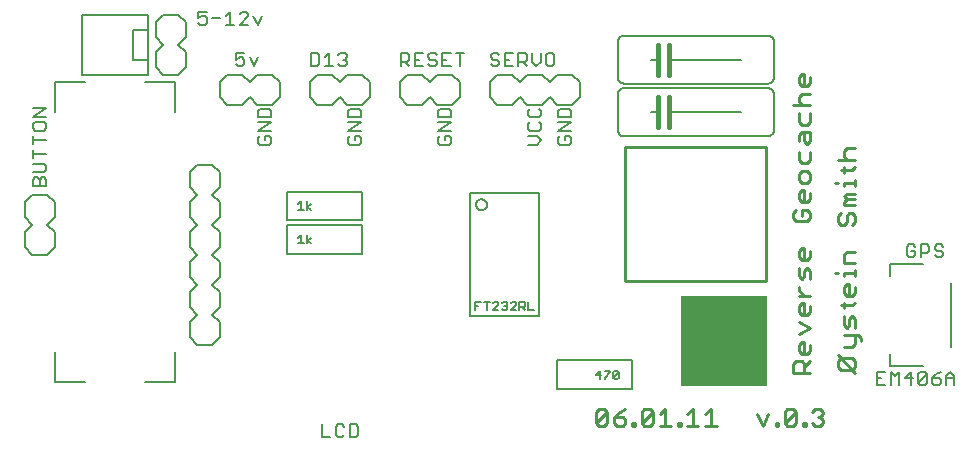
<source format=gto>
G75*
G70*
%OFA0B0*%
%FSLAX24Y24*%
%IPPOS*%
%LPD*%
%AMOC8*
5,1,8,0,0,1.08239X$1,22.5*
%
%ADD10C,0.0110*%
%ADD11C,0.0100*%
%ADD12C,0.0080*%
%ADD13R,0.2875X0.3000*%
%ADD14C,0.0050*%
%ADD15C,0.0060*%
%ADD16C,0.0160*%
D10*
X026659Y002716D02*
X026659Y003011D01*
X026757Y003110D01*
X026954Y003110D01*
X027053Y003011D01*
X027053Y002716D01*
X027249Y002716D02*
X026659Y002716D01*
X027053Y002913D02*
X027249Y003110D01*
X027151Y003361D02*
X026954Y003361D01*
X026856Y003459D01*
X026856Y003656D01*
X026954Y003754D01*
X027053Y003754D01*
X027053Y003361D01*
X027151Y003361D02*
X027249Y003459D01*
X027249Y003656D01*
X026856Y004005D02*
X027249Y004202D01*
X026856Y004399D01*
X026954Y004650D02*
X026856Y004748D01*
X026856Y004945D01*
X026954Y005044D01*
X027053Y005044D01*
X027053Y004650D01*
X027151Y004650D02*
X026954Y004650D01*
X027151Y004650D02*
X027249Y004748D01*
X027249Y004945D01*
X027249Y005294D02*
X026856Y005294D01*
X027053Y005294D02*
X026856Y005491D01*
X026856Y005590D01*
X026954Y005831D02*
X026856Y005930D01*
X026856Y006225D01*
X027053Y006127D02*
X027053Y005930D01*
X026954Y005831D01*
X027249Y005831D02*
X027249Y006127D01*
X027151Y006225D01*
X027053Y006127D01*
X027053Y006476D02*
X027053Y006870D01*
X026954Y006870D01*
X026856Y006771D01*
X026856Y006574D01*
X026954Y006476D01*
X027151Y006476D01*
X027249Y006574D01*
X027249Y006771D01*
X028356Y006664D02*
X028356Y006369D01*
X028749Y006369D01*
X028749Y006136D02*
X028749Y005939D01*
X028749Y006037D02*
X028356Y006037D01*
X028356Y005939D01*
X028159Y006037D02*
X028060Y006037D01*
X028454Y005688D02*
X028553Y005688D01*
X028553Y005294D01*
X028651Y005294D02*
X028454Y005294D01*
X028356Y005393D01*
X028356Y005590D01*
X028454Y005688D01*
X028749Y005590D02*
X028749Y005393D01*
X028651Y005294D01*
X028749Y005061D02*
X028651Y004963D01*
X028257Y004963D01*
X028356Y004865D02*
X028356Y005061D01*
X028356Y004614D02*
X028356Y004319D01*
X028454Y004220D01*
X028553Y004319D01*
X028553Y004515D01*
X028651Y004614D01*
X028749Y004515D01*
X028749Y004220D01*
X028749Y003969D02*
X028749Y003674D01*
X028651Y003576D01*
X028356Y003576D01*
X028159Y003307D02*
X028749Y002716D01*
X028651Y002815D02*
X028749Y002913D01*
X028749Y003110D01*
X028651Y003208D01*
X028257Y003208D01*
X028159Y003110D01*
X028159Y002913D01*
X028257Y002815D01*
X028651Y002815D01*
X028946Y003772D02*
X028946Y003871D01*
X028848Y003969D01*
X028356Y003969D01*
X028356Y006664D02*
X028454Y006762D01*
X028749Y006762D01*
X028651Y007658D02*
X028749Y007756D01*
X028749Y007953D01*
X028651Y008051D01*
X028553Y008051D01*
X028454Y007953D01*
X028454Y007756D01*
X028356Y007658D01*
X028257Y007658D01*
X028159Y007756D01*
X028159Y007953D01*
X028257Y008051D01*
X028356Y008302D02*
X028356Y008401D01*
X028454Y008499D01*
X028356Y008597D01*
X028454Y008696D01*
X028749Y008696D01*
X028749Y008499D02*
X028454Y008499D01*
X028356Y008302D02*
X028749Y008302D01*
X028749Y008947D02*
X028749Y009144D01*
X028749Y009045D02*
X028356Y009045D01*
X028356Y008947D01*
X028159Y009045D02*
X028060Y009045D01*
X028356Y009376D02*
X028356Y009573D01*
X028257Y009475D02*
X028651Y009475D01*
X028749Y009573D01*
X028749Y009806D02*
X028159Y009806D01*
X028356Y009904D02*
X028356Y010101D01*
X028454Y010200D01*
X028749Y010200D01*
X028454Y009806D02*
X028356Y009904D01*
X027249Y009797D02*
X027249Y010092D01*
X026856Y010092D02*
X026856Y009797D01*
X026954Y009699D01*
X027151Y009699D01*
X027249Y009797D01*
X027151Y009448D02*
X026954Y009448D01*
X026856Y009349D01*
X026856Y009152D01*
X026954Y009054D01*
X027151Y009054D01*
X027249Y009152D01*
X027249Y009349D01*
X027151Y009448D01*
X027053Y008803D02*
X027053Y008410D01*
X027151Y008410D02*
X026954Y008410D01*
X026856Y008508D01*
X026856Y008705D01*
X026954Y008803D01*
X027053Y008803D01*
X027249Y008705D02*
X027249Y008508D01*
X027151Y008410D01*
X027151Y008159D02*
X026954Y008159D01*
X026954Y007962D01*
X026757Y008159D02*
X026659Y008060D01*
X026659Y007863D01*
X026757Y007765D01*
X027151Y007765D01*
X027249Y007863D01*
X027249Y008060D01*
X027151Y008159D01*
X027151Y010343D02*
X027053Y010442D01*
X027053Y010737D01*
X026954Y010737D02*
X027249Y010737D01*
X027249Y010442D01*
X027151Y010343D01*
X026856Y010442D02*
X026856Y010638D01*
X026954Y010737D01*
X026954Y010988D02*
X027151Y010988D01*
X027249Y011086D01*
X027249Y011381D01*
X027249Y011632D02*
X026659Y011632D01*
X026856Y011731D02*
X026856Y011927D01*
X026954Y012026D01*
X027249Y012026D01*
X027151Y012277D02*
X026954Y012277D01*
X026856Y012375D01*
X026856Y012572D01*
X026954Y012670D01*
X027053Y012670D01*
X027053Y012277D01*
X027151Y012277D02*
X027249Y012375D01*
X027249Y012572D01*
X026856Y011731D02*
X026954Y011632D01*
X026856Y011381D02*
X026856Y011086D01*
X026954Y010988D01*
D11*
X025754Y010236D02*
X021054Y010236D01*
X021054Y005786D01*
X025754Y005786D01*
X025754Y010236D01*
X026484Y001522D02*
X026391Y001428D01*
X026391Y001055D01*
X026765Y001428D01*
X026765Y001055D01*
X026671Y000961D01*
X026484Y000961D01*
X026391Y001055D01*
X026180Y001055D02*
X026180Y000961D01*
X026087Y000961D01*
X026087Y001055D01*
X026180Y001055D01*
X025853Y001335D02*
X025666Y000961D01*
X025479Y001335D01*
X026484Y001522D02*
X026671Y001522D01*
X026765Y001428D01*
X027302Y001428D02*
X027396Y001522D01*
X027583Y001522D01*
X027676Y001428D01*
X027676Y001335D01*
X027583Y001241D01*
X027676Y001148D01*
X027676Y001055D01*
X027583Y000961D01*
X027396Y000961D01*
X027302Y001055D01*
X027092Y001055D02*
X027092Y000961D01*
X026999Y000961D01*
X026999Y001055D01*
X027092Y001055D01*
X027489Y001241D02*
X027583Y001241D01*
X024124Y000961D02*
X023751Y000961D01*
X023937Y000961D02*
X023937Y001522D01*
X023751Y001335D01*
X023330Y001522D02*
X023330Y000961D01*
X023143Y000961D02*
X023517Y000961D01*
X023143Y001335D02*
X023330Y001522D01*
X022932Y001055D02*
X022932Y000961D01*
X022839Y000961D01*
X022839Y001055D01*
X022932Y001055D01*
X022605Y000961D02*
X022231Y000961D01*
X022418Y000961D02*
X022418Y001522D01*
X022231Y001335D01*
X021997Y001428D02*
X021624Y001055D01*
X021717Y000961D01*
X021904Y000961D01*
X021997Y001055D01*
X021997Y001428D01*
X021904Y001522D01*
X021717Y001522D01*
X021624Y001428D01*
X021624Y001055D01*
X021413Y001055D02*
X021413Y000961D01*
X021320Y000961D01*
X021320Y001055D01*
X021413Y001055D01*
X021086Y001055D02*
X021086Y001148D01*
X020992Y001241D01*
X020712Y001241D01*
X020712Y001055D01*
X020805Y000961D01*
X020992Y000961D01*
X021086Y001055D01*
X020899Y001428D02*
X020712Y001241D01*
X020899Y001428D02*
X021086Y001522D01*
X020478Y001428D02*
X020104Y001055D01*
X020198Y000961D01*
X020385Y000961D01*
X020478Y001055D01*
X020478Y001428D01*
X020385Y001522D01*
X020198Y001522D01*
X020104Y001428D01*
X020104Y001055D01*
D12*
X002054Y002411D02*
X002054Y003411D01*
X002054Y002411D02*
X003054Y002411D01*
X005054Y002411D02*
X006054Y002411D01*
X006054Y003411D01*
X006554Y003911D02*
X006804Y003661D01*
X007304Y003661D01*
X007554Y003911D01*
X007554Y004411D01*
X007304Y004661D01*
X007554Y004911D01*
X007554Y005411D01*
X007304Y005661D01*
X007554Y005911D01*
X007554Y006411D01*
X007304Y006661D01*
X007554Y006911D01*
X007554Y007411D01*
X007304Y007661D01*
X007554Y007911D01*
X007554Y008411D01*
X007304Y008661D01*
X007554Y008911D01*
X007554Y009411D01*
X007304Y009661D01*
X006804Y009661D01*
X006554Y009411D01*
X006554Y008911D01*
X006804Y008661D01*
X006554Y008411D01*
X006554Y007911D01*
X006804Y007661D01*
X006554Y007411D01*
X006554Y006911D01*
X006804Y006661D01*
X006554Y006411D01*
X006554Y005911D01*
X006804Y005661D01*
X006554Y005411D01*
X006554Y004911D01*
X006804Y004661D01*
X006554Y004411D01*
X006554Y003911D01*
X009814Y006689D02*
X012294Y006689D01*
X012294Y007634D01*
X009814Y007634D01*
X009814Y006689D01*
X009814Y007814D02*
X012294Y007814D01*
X012294Y008759D01*
X009814Y008759D01*
X009814Y007814D01*
X009194Y010326D02*
X008914Y010326D01*
X008844Y010396D01*
X008844Y010536D01*
X008914Y010606D01*
X009054Y010606D02*
X009054Y010466D01*
X009054Y010606D02*
X009194Y010606D01*
X009264Y010536D01*
X009264Y010396D01*
X009194Y010326D01*
X009264Y010787D02*
X008844Y010787D01*
X009264Y011067D01*
X008844Y011067D01*
X008844Y011247D02*
X008844Y011457D01*
X008914Y011527D01*
X009194Y011527D01*
X009264Y011457D01*
X009264Y011247D01*
X008844Y011247D01*
X008804Y011661D02*
X008554Y011911D01*
X008304Y011661D01*
X007804Y011661D01*
X007554Y011911D01*
X007554Y012411D01*
X007804Y012661D01*
X008304Y012661D01*
X008554Y012411D01*
X008804Y012661D01*
X009304Y012661D01*
X009554Y012411D01*
X009554Y011911D01*
X009304Y011661D01*
X008804Y011661D01*
X010554Y011911D02*
X010804Y011661D01*
X011304Y011661D01*
X011554Y011911D01*
X011804Y011661D01*
X012304Y011661D01*
X012554Y011911D01*
X012554Y012411D01*
X012304Y012661D01*
X011804Y012661D01*
X011554Y012411D01*
X011304Y012661D01*
X010804Y012661D01*
X010554Y012411D01*
X010554Y011911D01*
X011844Y011457D02*
X011844Y011247D01*
X012264Y011247D01*
X012264Y011457D01*
X012194Y011527D01*
X011914Y011527D01*
X011844Y011457D01*
X011844Y011067D02*
X012264Y011067D01*
X011844Y010787D01*
X012264Y010787D01*
X012194Y010606D02*
X012054Y010606D01*
X012054Y010466D01*
X011914Y010326D02*
X012194Y010326D01*
X012264Y010396D01*
X012264Y010536D01*
X012194Y010606D01*
X011914Y010606D02*
X011844Y010536D01*
X011844Y010396D01*
X011914Y010326D01*
X013554Y011911D02*
X013804Y011661D01*
X014304Y011661D01*
X014554Y011911D01*
X014804Y011661D01*
X015304Y011661D01*
X015554Y011911D01*
X015554Y012411D01*
X015304Y012661D01*
X014804Y012661D01*
X014554Y012411D01*
X014304Y012661D01*
X013804Y012661D01*
X013554Y012411D01*
X013554Y011911D01*
X014844Y011457D02*
X014844Y011247D01*
X015264Y011247D01*
X015264Y011457D01*
X015194Y011527D01*
X014914Y011527D01*
X014844Y011457D01*
X014844Y011067D02*
X015264Y011067D01*
X014844Y010787D01*
X015264Y010787D01*
X015194Y010606D02*
X015054Y010606D01*
X015054Y010466D01*
X014914Y010326D02*
X015194Y010326D01*
X015264Y010396D01*
X015264Y010536D01*
X015194Y010606D01*
X014914Y010606D02*
X014844Y010536D01*
X014844Y010396D01*
X014914Y010326D01*
X016554Y011911D02*
X016804Y011661D01*
X017304Y011661D01*
X017554Y011911D01*
X017804Y011661D01*
X018304Y011661D01*
X018554Y011911D01*
X018804Y011661D01*
X019304Y011661D01*
X019554Y011911D01*
X019554Y012411D01*
X019304Y012661D01*
X018804Y012661D01*
X018554Y012411D01*
X018304Y012661D01*
X017804Y012661D01*
X017554Y012411D01*
X017304Y012661D01*
X016804Y012661D01*
X016554Y012411D01*
X016554Y011911D01*
X017844Y011457D02*
X017844Y011317D01*
X017914Y011247D01*
X018194Y011247D01*
X018264Y011317D01*
X018264Y011457D01*
X018194Y011527D01*
X017914Y011527D02*
X017844Y011457D01*
X017914Y011067D02*
X017844Y010997D01*
X017844Y010857D01*
X017914Y010787D01*
X018194Y010787D01*
X018264Y010857D01*
X018264Y010997D01*
X018194Y011067D01*
X018844Y011067D02*
X019264Y011067D01*
X018844Y010787D01*
X019264Y010787D01*
X019194Y010606D02*
X019054Y010606D01*
X019054Y010466D01*
X018914Y010326D02*
X018844Y010396D01*
X018844Y010536D01*
X018914Y010606D01*
X019194Y010606D02*
X019264Y010536D01*
X019264Y010396D01*
X019194Y010326D01*
X018914Y010326D01*
X018264Y010466D02*
X018124Y010606D01*
X017844Y010606D01*
X017844Y010326D02*
X018124Y010326D01*
X018264Y010466D01*
X018844Y011247D02*
X018844Y011457D01*
X018914Y011527D01*
X019194Y011527D01*
X019264Y011457D01*
X019264Y011247D01*
X018844Y011247D01*
X018646Y012951D02*
X018506Y012951D01*
X018436Y013021D01*
X018436Y013302D01*
X018506Y013372D01*
X018646Y013372D01*
X018716Y013302D01*
X018716Y013021D01*
X018646Y012951D01*
X018256Y013091D02*
X018256Y013372D01*
X017975Y013372D02*
X017975Y013091D01*
X018116Y012951D01*
X018256Y013091D01*
X017795Y013161D02*
X017725Y013091D01*
X017515Y013091D01*
X017515Y012951D02*
X017515Y013372D01*
X017725Y013372D01*
X017795Y013302D01*
X017795Y013161D01*
X017655Y013091D02*
X017795Y012951D01*
X017335Y012951D02*
X017055Y012951D01*
X017055Y013372D01*
X017335Y013372D01*
X017195Y013161D02*
X017055Y013161D01*
X016875Y013091D02*
X016875Y013021D01*
X016804Y012951D01*
X016664Y012951D01*
X016594Y013021D01*
X016664Y013161D02*
X016804Y013161D01*
X016875Y013091D01*
X016875Y013302D02*
X016804Y013372D01*
X016664Y013372D01*
X016594Y013302D01*
X016594Y013231D01*
X016664Y013161D01*
X015716Y013372D02*
X015436Y013372D01*
X015576Y013372D02*
X015576Y012951D01*
X015256Y012951D02*
X014975Y012951D01*
X014975Y013372D01*
X015256Y013372D01*
X014795Y013302D02*
X014725Y013372D01*
X014585Y013372D01*
X014515Y013302D01*
X014515Y013231D01*
X014585Y013161D01*
X014725Y013161D01*
X014795Y013091D01*
X014795Y013021D01*
X014725Y012951D01*
X014585Y012951D01*
X014515Y013021D01*
X014335Y012951D02*
X014055Y012951D01*
X014055Y013372D01*
X014335Y013372D01*
X013875Y013302D02*
X013875Y013161D01*
X013804Y013091D01*
X013594Y013091D01*
X013594Y012951D02*
X013594Y013372D01*
X013804Y013372D01*
X013875Y013302D01*
X014055Y013161D02*
X014195Y013161D01*
X013875Y012951D02*
X013734Y013091D01*
X014975Y013161D02*
X015116Y013161D01*
X011795Y013091D02*
X011795Y013021D01*
X011725Y012951D01*
X011585Y012951D01*
X011515Y013021D01*
X011335Y012951D02*
X011055Y012951D01*
X011195Y012951D02*
X011195Y013372D01*
X011055Y013231D01*
X010875Y013302D02*
X010804Y013372D01*
X010594Y013372D01*
X010594Y012951D01*
X010804Y012951D01*
X010875Y013021D01*
X010875Y013302D01*
X011515Y013302D02*
X011585Y013372D01*
X011725Y013372D01*
X011795Y013302D01*
X011795Y013231D01*
X011725Y013161D01*
X011795Y013091D01*
X011725Y013161D02*
X011655Y013161D01*
X008835Y013231D02*
X008695Y012951D01*
X008555Y013231D01*
X008375Y013161D02*
X008375Y013021D01*
X008304Y012951D01*
X008164Y012951D01*
X008094Y013021D01*
X008094Y013161D02*
X008234Y013231D01*
X008304Y013231D01*
X008375Y013161D01*
X008094Y013161D02*
X008094Y013372D01*
X008375Y013372D01*
X008506Y014326D02*
X008225Y014326D01*
X008506Y014606D01*
X008506Y014677D01*
X008436Y014747D01*
X008295Y014747D01*
X008225Y014677D01*
X007905Y014747D02*
X007905Y014326D01*
X007765Y014326D02*
X008045Y014326D01*
X007585Y014536D02*
X007305Y014536D01*
X007125Y014536D02*
X007125Y014396D01*
X007054Y014326D01*
X006914Y014326D01*
X006844Y014396D01*
X006844Y014536D02*
X006984Y014606D01*
X007054Y014606D01*
X007125Y014536D01*
X006844Y014536D02*
X006844Y014747D01*
X007125Y014747D01*
X007765Y014606D02*
X007905Y014747D01*
X008686Y014606D02*
X008826Y014326D01*
X008966Y014606D01*
X006429Y014411D02*
X006429Y013911D01*
X006179Y013661D01*
X006429Y013411D01*
X006429Y012911D01*
X006179Y012661D01*
X005679Y012661D01*
X005429Y012911D01*
X005429Y013411D01*
X005679Y013661D01*
X005429Y013911D01*
X005429Y014411D01*
X005679Y014661D01*
X006179Y014661D01*
X006429Y014411D01*
X006054Y012411D02*
X005054Y012411D01*
X006054Y012411D02*
X006054Y011411D01*
X003054Y012411D02*
X002054Y012411D01*
X002054Y011411D01*
X001764Y011533D02*
X001344Y011533D01*
X001344Y011253D02*
X001764Y011533D01*
X001764Y011253D02*
X001344Y011253D01*
X001414Y011073D02*
X001344Y011003D01*
X001344Y010863D01*
X001414Y010793D01*
X001694Y010793D01*
X001764Y010863D01*
X001764Y011003D01*
X001694Y011073D01*
X001414Y011073D01*
X001344Y010613D02*
X001344Y010332D01*
X001344Y010472D02*
X001764Y010472D01*
X001344Y010152D02*
X001344Y009872D01*
X001344Y010012D02*
X001764Y010012D01*
X001694Y009692D02*
X001344Y009692D01*
X001694Y009692D02*
X001764Y009622D01*
X001764Y009482D01*
X001694Y009412D01*
X001344Y009412D01*
X001414Y009231D02*
X001484Y009231D01*
X001554Y009161D01*
X001554Y008951D01*
X001344Y008951D02*
X001344Y009161D01*
X001414Y009231D01*
X001554Y009161D02*
X001624Y009231D01*
X001694Y009231D01*
X001764Y009161D01*
X001764Y008951D01*
X001344Y008951D01*
X001304Y008661D02*
X001054Y008411D01*
X001054Y007911D01*
X001304Y007661D01*
X001054Y007411D01*
X001054Y006911D01*
X001304Y006661D01*
X001804Y006661D01*
X002054Y006911D01*
X002054Y007411D01*
X001804Y007661D01*
X002054Y007911D01*
X002054Y008411D01*
X001804Y008661D01*
X001304Y008661D01*
X010969Y000997D02*
X010969Y000576D01*
X011250Y000576D01*
X011430Y000646D02*
X011500Y000576D01*
X011640Y000576D01*
X011710Y000646D01*
X011890Y000576D02*
X012100Y000576D01*
X012170Y000646D01*
X012170Y000927D01*
X012100Y000997D01*
X011890Y000997D01*
X011890Y000576D01*
X011430Y000646D02*
X011430Y000927D01*
X011500Y000997D01*
X011640Y000997D01*
X011710Y000927D01*
X018814Y002189D02*
X018814Y003134D01*
X021294Y003134D01*
X021294Y002189D01*
X018814Y002189D01*
X029469Y002326D02*
X029750Y002326D01*
X029930Y002326D02*
X029930Y002747D01*
X030070Y002606D01*
X030210Y002747D01*
X030210Y002326D01*
X030390Y002536D02*
X030670Y002536D01*
X030600Y002326D02*
X030600Y002747D01*
X030390Y002536D01*
X030850Y002396D02*
X031131Y002677D01*
X031131Y002396D01*
X031061Y002326D01*
X030920Y002326D01*
X030850Y002396D01*
X030850Y002677D01*
X030920Y002747D01*
X031061Y002747D01*
X031131Y002677D01*
X031311Y002536D02*
X031521Y002536D01*
X031591Y002466D01*
X031591Y002396D01*
X031521Y002326D01*
X031381Y002326D01*
X031311Y002396D01*
X031311Y002536D01*
X031451Y002677D01*
X031591Y002747D01*
X031771Y002606D02*
X031911Y002747D01*
X032051Y002606D01*
X032051Y002326D01*
X032051Y002536D02*
X031771Y002536D01*
X031771Y002606D02*
X031771Y002326D01*
X030995Y002953D02*
X029893Y002953D01*
X029893Y003346D01*
X029750Y002747D02*
X029469Y002747D01*
X029469Y002326D01*
X029469Y002536D02*
X029609Y002536D01*
X031940Y003583D02*
X031940Y005709D01*
X030995Y006338D02*
X029893Y006338D01*
X029893Y005945D01*
X030539Y006576D02*
X030679Y006576D01*
X030750Y006646D01*
X030750Y006786D01*
X030609Y006786D01*
X030469Y006646D02*
X030539Y006576D01*
X030469Y006646D02*
X030469Y006927D01*
X030539Y006997D01*
X030679Y006997D01*
X030750Y006927D01*
X030930Y006997D02*
X031140Y006997D01*
X031210Y006927D01*
X031210Y006786D01*
X031140Y006716D01*
X030930Y006716D01*
X030930Y006576D02*
X030930Y006997D01*
X031390Y006927D02*
X031390Y006856D01*
X031460Y006786D01*
X031600Y006786D01*
X031670Y006716D01*
X031670Y006646D01*
X031600Y006576D01*
X031460Y006576D01*
X031390Y006646D01*
X031390Y006927D02*
X031460Y006997D01*
X031600Y006997D01*
X031670Y006927D01*
D13*
X024367Y003786D03*
D14*
X020865Y002741D02*
X020865Y002561D01*
X020820Y002516D01*
X020730Y002516D01*
X020685Y002561D01*
X020865Y002741D01*
X020820Y002786D01*
X020730Y002786D01*
X020685Y002741D01*
X020685Y002561D01*
X020570Y002741D02*
X020390Y002561D01*
X020390Y002516D01*
X020230Y002516D02*
X020230Y002786D01*
X020095Y002651D01*
X020276Y002651D01*
X020390Y002786D02*
X020570Y002786D01*
X020570Y002741D01*
X018027Y004811D02*
X017847Y004811D01*
X017847Y005081D01*
X017733Y005036D02*
X017688Y005081D01*
X017553Y005081D01*
X017553Y004811D01*
X017553Y004901D02*
X017688Y004901D01*
X017733Y004946D01*
X017733Y005036D01*
X017643Y004901D02*
X017733Y004811D01*
X017438Y004811D02*
X017258Y004811D01*
X017438Y004991D01*
X017438Y005036D01*
X017393Y005081D01*
X017303Y005081D01*
X017258Y005036D01*
X017143Y005036D02*
X017143Y004991D01*
X017098Y004946D01*
X017143Y004901D01*
X017143Y004856D01*
X017098Y004811D01*
X017008Y004811D01*
X016963Y004856D01*
X016849Y004811D02*
X016669Y004811D01*
X016849Y004991D01*
X016849Y005036D01*
X016804Y005081D01*
X016714Y005081D01*
X016669Y005036D01*
X016554Y005081D02*
X016374Y005081D01*
X016464Y005081D02*
X016464Y004811D01*
X016169Y004946D02*
X016079Y004946D01*
X016079Y004811D02*
X016079Y005081D01*
X016259Y005081D01*
X016963Y005036D02*
X017008Y005081D01*
X017098Y005081D01*
X017143Y005036D01*
X017098Y004946D02*
X017053Y004946D01*
X010609Y007036D02*
X010474Y007126D01*
X010609Y007216D01*
X010474Y007306D02*
X010474Y007036D01*
X010359Y007036D02*
X010179Y007036D01*
X010269Y007036D02*
X010269Y007306D01*
X010179Y007216D01*
X010179Y008161D02*
X010359Y008161D01*
X010269Y008161D02*
X010269Y008431D01*
X010179Y008341D01*
X010474Y008251D02*
X010609Y008341D01*
X010474Y008251D02*
X010609Y008161D01*
X010474Y008161D02*
X010474Y008431D01*
X005179Y012661D02*
X002979Y012661D01*
X002979Y014661D01*
X005179Y014661D01*
X005179Y014161D01*
X004679Y014161D01*
X004679Y013161D01*
X005179Y013161D01*
X005179Y012661D01*
X005179Y013161D02*
X005179Y014161D01*
D15*
X015903Y008709D02*
X018206Y008709D01*
X018206Y004614D01*
X015903Y004614D01*
X015903Y008709D01*
X016106Y008325D02*
X016108Y008351D01*
X016114Y008377D01*
X016123Y008402D01*
X016136Y008425D01*
X016152Y008446D01*
X016171Y008464D01*
X016193Y008480D01*
X016216Y008492D01*
X016241Y008500D01*
X016267Y008505D01*
X016294Y008506D01*
X016320Y008503D01*
X016345Y008496D01*
X016370Y008486D01*
X016392Y008472D01*
X016413Y008455D01*
X016430Y008436D01*
X016445Y008414D01*
X016456Y008390D01*
X016464Y008364D01*
X016468Y008338D01*
X016468Y008312D01*
X016464Y008286D01*
X016456Y008260D01*
X016445Y008236D01*
X016430Y008214D01*
X016413Y008195D01*
X016392Y008178D01*
X016370Y008164D01*
X016345Y008154D01*
X016320Y008147D01*
X016294Y008144D01*
X016267Y008145D01*
X016241Y008150D01*
X016216Y008158D01*
X016193Y008170D01*
X016171Y008186D01*
X016152Y008204D01*
X016136Y008225D01*
X016123Y008248D01*
X016114Y008273D01*
X016108Y008299D01*
X016106Y008325D01*
X021029Y010611D02*
X025829Y010611D01*
X025855Y010613D01*
X025881Y010618D01*
X025906Y010626D01*
X025929Y010638D01*
X025951Y010652D01*
X025970Y010670D01*
X025988Y010689D01*
X026002Y010711D01*
X026014Y010734D01*
X026022Y010759D01*
X026027Y010785D01*
X026029Y010811D01*
X026029Y012011D01*
X026027Y012037D01*
X026022Y012063D01*
X026014Y012088D01*
X026002Y012111D01*
X025988Y012133D01*
X025970Y012152D01*
X025951Y012170D01*
X025929Y012184D01*
X025906Y012196D01*
X025881Y012204D01*
X025855Y012209D01*
X025829Y012211D01*
X021029Y012211D01*
X021029Y012361D02*
X025829Y012361D01*
X025855Y012363D01*
X025881Y012368D01*
X025906Y012376D01*
X025929Y012388D01*
X025951Y012402D01*
X025970Y012420D01*
X025988Y012439D01*
X026002Y012461D01*
X026014Y012484D01*
X026022Y012509D01*
X026027Y012535D01*
X026029Y012561D01*
X026029Y013761D01*
X026027Y013787D01*
X026022Y013813D01*
X026014Y013838D01*
X026002Y013861D01*
X025988Y013883D01*
X025970Y013902D01*
X025951Y013920D01*
X025929Y013934D01*
X025906Y013946D01*
X025881Y013954D01*
X025855Y013959D01*
X025829Y013961D01*
X021029Y013961D01*
X021003Y013959D01*
X020977Y013954D01*
X020952Y013946D01*
X020929Y013934D01*
X020907Y013920D01*
X020888Y013902D01*
X020870Y013883D01*
X020856Y013861D01*
X020844Y013838D01*
X020836Y013813D01*
X020831Y013787D01*
X020829Y013761D01*
X020829Y012561D01*
X020831Y012535D01*
X020836Y012509D01*
X020844Y012484D01*
X020856Y012461D01*
X020870Y012439D01*
X020888Y012420D01*
X020907Y012402D01*
X020929Y012388D01*
X020952Y012376D01*
X020977Y012368D01*
X021003Y012363D01*
X021029Y012361D01*
X021029Y012211D02*
X021003Y012209D01*
X020977Y012204D01*
X020952Y012196D01*
X020929Y012184D01*
X020907Y012170D01*
X020888Y012152D01*
X020870Y012133D01*
X020856Y012111D01*
X020844Y012088D01*
X020836Y012063D01*
X020831Y012037D01*
X020829Y012011D01*
X020829Y010811D01*
X020831Y010785D01*
X020836Y010759D01*
X020844Y010734D01*
X020856Y010711D01*
X020870Y010689D01*
X020888Y010670D01*
X020907Y010652D01*
X020929Y010638D01*
X020952Y010626D01*
X020977Y010618D01*
X021003Y010613D01*
X021029Y010611D01*
X021929Y011411D02*
X022179Y011411D01*
X022529Y011411D02*
X024929Y011411D01*
X024929Y013161D02*
X022529Y013161D01*
X022179Y013161D02*
X021929Y013161D01*
D16*
X022179Y013161D02*
X022179Y012661D01*
X022529Y012661D02*
X022529Y013161D01*
X022529Y013661D01*
X022179Y013661D02*
X022179Y013161D01*
X022179Y011911D02*
X022179Y011411D01*
X022179Y010911D01*
X022529Y010911D02*
X022529Y011411D01*
X022529Y011911D01*
M02*

</source>
